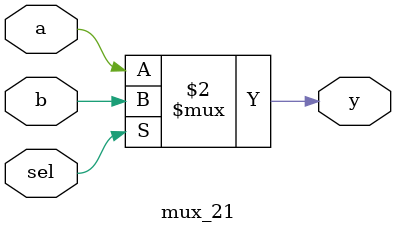
<source format=v>
`timescale 1ns / 1ps

module mux_21(
    input a,b,
    input sel,
    output y
    );
    assign y=(sel==1'b0)?a:b;
endmodule

</source>
